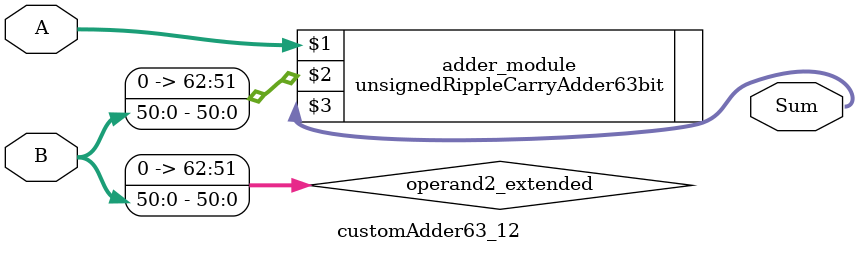
<source format=v>
module customAdder63_12(
                        input [62 : 0] A,
                        input [50 : 0] B,
                        
                        output [63 : 0] Sum
                );

        wire [62 : 0] operand2_extended;
        
        assign operand2_extended =  {12'b0, B};
        
        unsignedRippleCarryAdder63bit adder_module(
            A,
            operand2_extended,
            Sum
        );
        
        endmodule
        
</source>
